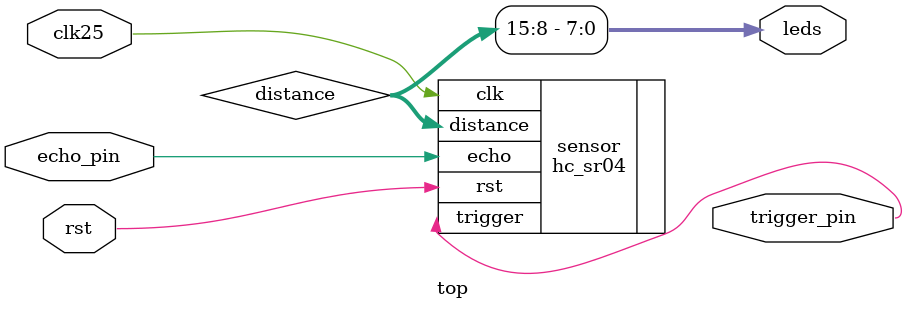
<source format=v>
module top (
    input clk25,
    input rst,
    input echo_pin,
    output trigger_pin,
    output [7:0] leds
);

    wire [15:0] distance;
    hc_sr04 sensor (
        .clk(clk25),
        .rst(rst),
        .echo(echo_pin),
        .trigger(trigger_pin),
        .distance(distance)
    );

    assign leds = distance[15:8];  // Mostrar distancia en LEDs (parte alta)
endmodule

</source>
